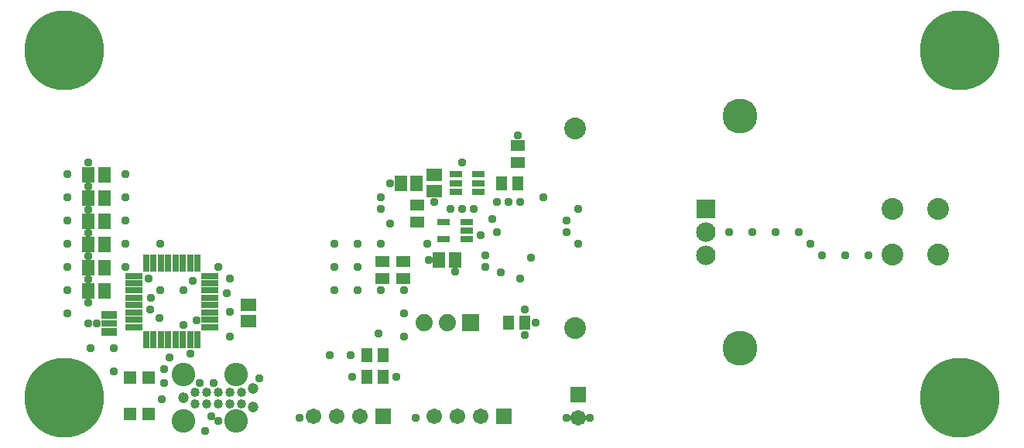
<source format=gts>
G04 EAGLE Gerber RS-274X export*
G75*
%MOMM*%
%FSLAX34Y34*%
%LPD*%
%INSoldermask Top*%
%IPPOS*%
%AMOC8*
5,1,8,0,0,1.08239X$1,22.5*%
G01*
G04 Define Apertures*
%ADD10R,1.983200X0.778200*%
%ADD11R,0.778200X1.983200*%
%ADD12R,1.703200X0.903200*%
%ADD13R,1.703200X0.703200*%
%ADD14R,1.367800X1.668500*%
%ADD15R,1.668500X1.367800*%
%ADD16C,2.387600*%
%ADD17R,1.463700X0.798200*%
%ADD18R,1.623400X1.234400*%
%ADD19R,1.234400X1.623400*%
%ADD20C,1.023200*%
%ADD21C,1.193800*%
%ADD22C,2.578100*%
%ADD23R,1.703200X1.703200*%
%ADD24C,1.703200*%
%ADD25R,1.413100X0.794700*%
%ADD26R,1.879600X1.879600*%
%ADD27C,1.879600*%
%ADD28R,2.133600X2.133600*%
%ADD29C,2.133600*%
%ADD30C,3.819200*%
%ADD31C,3.403200*%
%ADD32C,8.703200*%
%ADD33R,1.353200X1.453200*%
%ADD34C,0.959600*%
D10*
X135987Y193100D03*
X135987Y185100D03*
X135987Y177100D03*
X135987Y169100D03*
X135987Y161100D03*
X135987Y153100D03*
X135987Y145100D03*
X135987Y137100D03*
D11*
X149800Y123287D03*
X157800Y123287D03*
X165800Y123287D03*
X173800Y123287D03*
X181800Y123287D03*
X189800Y123287D03*
X197800Y123287D03*
X205800Y123287D03*
D10*
X219613Y137100D03*
X219613Y145100D03*
X219613Y153100D03*
X219613Y161100D03*
X219613Y169100D03*
X219613Y177100D03*
X219613Y185100D03*
X219613Y193100D03*
D11*
X205800Y206913D03*
X197800Y206913D03*
X189800Y206913D03*
X181800Y206913D03*
X173800Y206913D03*
X165800Y206913D03*
X157800Y206913D03*
X149800Y206913D03*
D12*
X109220Y150470D03*
D13*
X109220Y140970D03*
D12*
X109220Y131470D03*
D14*
X104004Y176530D03*
X86496Y176530D03*
X104004Y201930D03*
X86496Y201930D03*
X104004Y227330D03*
X86496Y227330D03*
X104004Y252730D03*
X86496Y252730D03*
X104004Y278130D03*
X86496Y278130D03*
X104004Y303530D03*
X86496Y303530D03*
D15*
X261620Y143646D03*
X261620Y161154D03*
D16*
X965600Y266300D03*
X965600Y216300D03*
X1015600Y266300D03*
X1015600Y216300D03*
X618490Y136010D03*
X618490Y354210D03*
D17*
X488099Y304140D03*
X488099Y294640D03*
X488099Y285140D03*
X512661Y285140D03*
X512661Y294640D03*
X512661Y304140D03*
D18*
X556260Y335585D03*
X556260Y317195D03*
D19*
X556565Y294640D03*
X538175Y294640D03*
D18*
X445770Y270815D03*
X445770Y252425D03*
D14*
X445634Y294640D03*
X428126Y294640D03*
D20*
X203200Y53340D03*
X215900Y53340D03*
X228600Y53340D03*
X241300Y53340D03*
X254000Y53340D03*
X254000Y66040D03*
X241300Y66040D03*
X228600Y66040D03*
X215900Y66040D03*
X203200Y66040D03*
D21*
X190500Y59690D03*
X266700Y69840D03*
X266700Y49540D03*
D22*
X190500Y85090D03*
X247650Y85090D03*
X247650Y34290D03*
X190500Y34290D03*
D23*
X408940Y39250D03*
D24*
X383540Y39250D03*
X358140Y39250D03*
X332740Y39250D03*
D19*
X390855Y82550D03*
X409245Y82550D03*
X390855Y106680D03*
X409245Y106680D03*
D23*
X541020Y39370D03*
D24*
X515620Y39370D03*
X490220Y39370D03*
X464820Y39370D03*
D25*
X500214Y233070D03*
X500214Y242570D03*
X500214Y252070D03*
X475146Y252070D03*
X475146Y233070D03*
D19*
X564185Y142240D03*
X545795Y142240D03*
D26*
X504190Y142240D03*
D27*
X478790Y142240D03*
X453390Y142240D03*
D23*
X622300Y63500D03*
D24*
X622300Y38100D03*
D28*
X762000Y266700D03*
D29*
X762000Y241300D03*
X762000Y215900D03*
D30*
X799200Y368300D03*
X799200Y114300D03*
D31*
X60000Y60000D03*
D32*
X60000Y60000D03*
D31*
X60000Y440000D03*
D32*
X60000Y440000D03*
D31*
X1040000Y440000D03*
D32*
X1040000Y440000D03*
D31*
X1040000Y60000D03*
D32*
X1040000Y60000D03*
D15*
X464820Y303394D03*
X464820Y285886D03*
D14*
X470036Y210820D03*
X487544Y210820D03*
D33*
X152740Y82230D03*
X131740Y82230D03*
X152740Y42230D03*
X131740Y42230D03*
D18*
X430530Y190195D03*
X430530Y208585D03*
X407670Y208585D03*
X407670Y190195D03*
D34*
X95250Y140970D03*
X86360Y140970D03*
X154940Y168910D03*
X237490Y173990D03*
X223520Y76200D03*
X273050Y81280D03*
X208308Y76200D03*
X86360Y290830D03*
X86360Y189163D03*
X86360Y214563D03*
X86360Y239963D03*
X86360Y265363D03*
X86360Y317500D03*
X86360Y163830D03*
X575310Y142240D03*
X464820Y274320D03*
X416560Y294640D03*
X556260Y346710D03*
X515620Y237490D03*
X570230Y213360D03*
X487680Y197432D03*
X406400Y279400D03*
X406400Y266700D03*
X431800Y177800D03*
X406400Y177800D03*
X381000Y177800D03*
X355600Y177800D03*
X431800Y152400D03*
X431800Y127000D03*
X520700Y215900D03*
X520700Y203200D03*
X558800Y190500D03*
X563880Y156210D03*
X563880Y128270D03*
X609494Y38100D03*
X635106Y38100D03*
X444500Y38100D03*
X317500Y38100D03*
X241300Y127000D03*
X241300Y190500D03*
X228600Y203200D03*
X190500Y177800D03*
X190500Y139700D03*
X165100Y177800D03*
X152400Y190500D03*
X165100Y228600D03*
X127000Y228600D03*
X127000Y203200D03*
X127000Y254000D03*
X127000Y279400D03*
X127000Y304800D03*
X63500Y304800D03*
X63500Y279400D03*
X63500Y254000D03*
X63500Y228600D03*
X63500Y203200D03*
X63500Y177800D03*
X63500Y152400D03*
X88900Y114300D03*
X114300Y114300D03*
X114300Y88900D03*
X175260Y104140D03*
X168910Y91440D03*
X168910Y76200D03*
X622300Y266700D03*
X609600Y254000D03*
X609600Y241300D03*
X622300Y228600D03*
X533400Y241300D03*
X533400Y274320D03*
X546100Y274320D03*
X558800Y274320D03*
X508000Y266700D03*
X495300Y266700D03*
X482600Y266700D03*
X787400Y241300D03*
X812800Y241300D03*
X838200Y241300D03*
X863600Y241300D03*
X876300Y228600D03*
X889000Y215900D03*
X914400Y215900D03*
X939800Y215900D03*
X355600Y203200D03*
X355600Y228600D03*
X228676Y34214D03*
X381000Y203200D03*
X381000Y228600D03*
X406400Y228600D03*
X458470Y210820D03*
X204470Y144780D03*
X153670Y156210D03*
X403631Y130175D03*
X422910Y82550D03*
X537210Y196850D03*
X163830Y147320D03*
X166525Y58420D03*
X528320Y255270D03*
X241300Y153670D03*
X200660Y187960D03*
X416560Y250190D03*
X198120Y107950D03*
X213970Y23470D03*
X374650Y82550D03*
X350520Y106680D03*
X373380Y106680D03*
X457200Y228600D03*
X584200Y279400D03*
X495300Y317500D03*
X220980Y39370D03*
M02*

</source>
